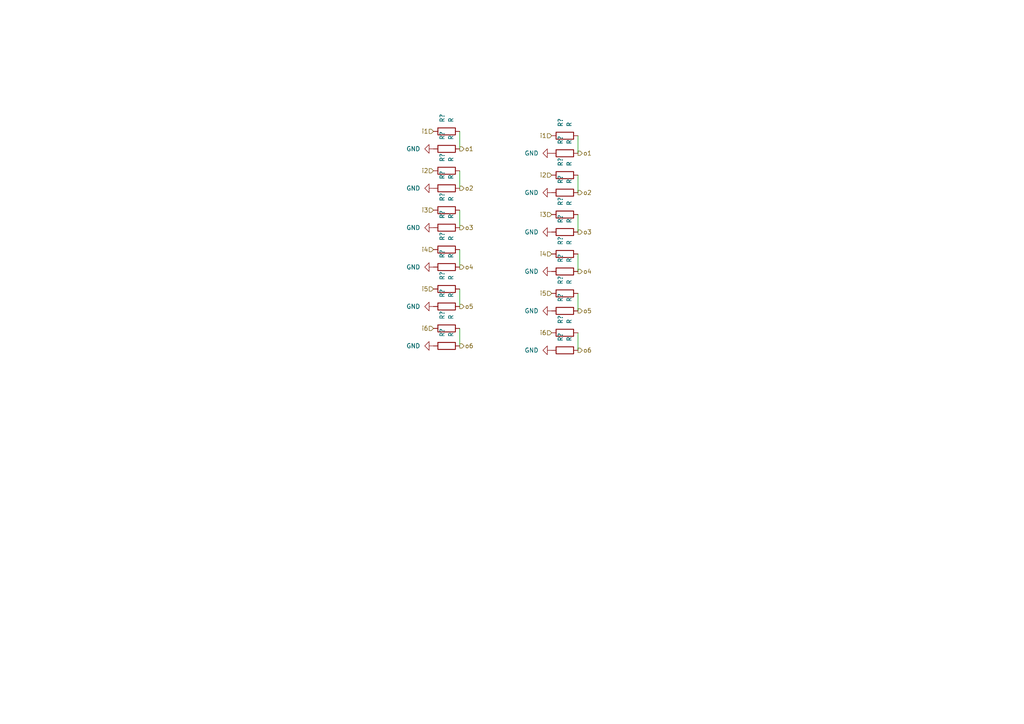
<source format=kicad_sch>
(kicad_sch (version 20211123) (generator eeschema)

  (uuid bc8de546-6bd2-4f94-9dba-3ceea90efae5)

  (paper "A4")

  (lib_symbols
    (symbol "Device:R" (pin_numbers hide) (pin_names (offset 0)) (in_bom yes) (on_board yes)
      (property "Reference" "R" (id 0) (at 2.032 0 90)
        (effects (font (size 1.27 1.27)))
      )
      (property "Value" "R" (id 1) (at 0 0 90)
        (effects (font (size 1.27 1.27)))
      )
      (property "Footprint" "" (id 2) (at -1.778 0 90)
        (effects (font (size 1.27 1.27)) hide)
      )
      (property "Datasheet" "~" (id 3) (at 0 0 0)
        (effects (font (size 1.27 1.27)) hide)
      )
      (property "ki_keywords" "R res resistor" (id 4) (at 0 0 0)
        (effects (font (size 1.27 1.27)) hide)
      )
      (property "ki_description" "Resistor" (id 5) (at 0 0 0)
        (effects (font (size 1.27 1.27)) hide)
      )
      (property "ki_fp_filters" "R_*" (id 6) (at 0 0 0)
        (effects (font (size 1.27 1.27)) hide)
      )
      (symbol "R_0_1"
        (rectangle (start -1.016 -2.54) (end 1.016 2.54)
          (stroke (width 0.254) (type default) (color 0 0 0 0))
          (fill (type none))
        )
      )
      (symbol "R_1_1"
        (pin passive line (at 0 3.81 270) (length 1.27)
          (name "~" (effects (font (size 1.27 1.27))))
          (number "1" (effects (font (size 1.27 1.27))))
        )
        (pin passive line (at 0 -3.81 90) (length 1.27)
          (name "~" (effects (font (size 1.27 1.27))))
          (number "2" (effects (font (size 1.27 1.27))))
        )
      )
    )
    (symbol "power:GND" (power) (pin_names (offset 0)) (in_bom yes) (on_board yes)
      (property "Reference" "#PWR" (id 0) (at 0 -6.35 0)
        (effects (font (size 1.27 1.27)) hide)
      )
      (property "Value" "GND" (id 1) (at 0 -3.81 0)
        (effects (font (size 1.27 1.27)))
      )
      (property "Footprint" "" (id 2) (at 0 0 0)
        (effects (font (size 1.27 1.27)) hide)
      )
      (property "Datasheet" "" (id 3) (at 0 0 0)
        (effects (font (size 1.27 1.27)) hide)
      )
      (property "ki_keywords" "power-flag" (id 4) (at 0 0 0)
        (effects (font (size 1.27 1.27)) hide)
      )
      (property "ki_description" "Power symbol creates a global label with name \"GND\" , ground" (id 5) (at 0 0 0)
        (effects (font (size 1.27 1.27)) hide)
      )
      (symbol "GND_0_1"
        (polyline
          (pts
            (xy 0 0)
            (xy 0 -1.27)
            (xy 1.27 -1.27)
            (xy 0 -2.54)
            (xy -1.27 -1.27)
            (xy 0 -1.27)
          )
          (stroke (width 0) (type default) (color 0 0 0 0))
          (fill (type none))
        )
      )
      (symbol "GND_1_1"
        (pin power_in line (at 0 0 270) (length 0) hide
          (name "GND" (effects (font (size 1.27 1.27))))
          (number "1" (effects (font (size 1.27 1.27))))
        )
      )
    )
  )


  (wire (pts (xy 133.35 60.96) (xy 133.35 66.04))
    (stroke (width 0) (type default) (color 0 0 0 0))
    (uuid 04f576e3-2289-4c2e-9a16-ff3ebdf23d67)
  )
  (wire (pts (xy 133.35 95.25) (xy 133.35 100.33))
    (stroke (width 0) (type default) (color 0 0 0 0))
    (uuid 0e12affb-8d3c-4f8e-b99b-3c45641c136b)
  )
  (wire (pts (xy 167.64 39.37) (xy 167.64 44.45))
    (stroke (width 0) (type default) (color 0 0 0 0))
    (uuid 1f8ba571-4992-40be-b0e6-2a10927c8e8b)
  )
  (wire (pts (xy 133.35 83.82) (xy 133.35 88.9))
    (stroke (width 0) (type default) (color 0 0 0 0))
    (uuid 29b21fc0-a03a-49b4-a62b-6f966e75b078)
  )
  (wire (pts (xy 167.64 85.09) (xy 167.64 90.17))
    (stroke (width 0) (type default) (color 0 0 0 0))
    (uuid 2f68059b-5797-4352-a984-cd75a9d1ed58)
  )
  (wire (pts (xy 167.64 62.23) (xy 167.64 67.31))
    (stroke (width 0) (type default) (color 0 0 0 0))
    (uuid 31b5cdb6-e613-46bf-87d7-5d25c8ea7972)
  )
  (wire (pts (xy 133.35 49.53) (xy 133.35 54.61))
    (stroke (width 0) (type default) (color 0 0 0 0))
    (uuid 4057531a-0610-4fa4-9c21-8fbd5e90292f)
  )
  (wire (pts (xy 167.64 96.52) (xy 167.64 101.6))
    (stroke (width 0) (type default) (color 0 0 0 0))
    (uuid 6fdefbf0-478f-4711-9342-435f345016db)
  )
  (wire (pts (xy 167.64 50.8) (xy 167.64 55.88))
    (stroke (width 0) (type default) (color 0 0 0 0))
    (uuid af5d3888-66bf-4baa-a87b-9ccf0c38e80b)
  )
  (wire (pts (xy 133.35 38.1) (xy 133.35 43.18))
    (stroke (width 0) (type default) (color 0 0 0 0))
    (uuid bee435d0-b09b-4aaa-85ec-a51e7dfbbc40)
  )
  (wire (pts (xy 167.64 73.66) (xy 167.64 78.74))
    (stroke (width 0) (type default) (color 0 0 0 0))
    (uuid df8f4b1e-b94e-4e0b-9e0c-f4ea01afb109)
  )
  (wire (pts (xy 133.35 72.39) (xy 133.35 77.47))
    (stroke (width 0) (type default) (color 0 0 0 0))
    (uuid fd7db8fe-5a3e-4240-92d2-cb39aeaae6a1)
  )

  (hierarchical_label "i6" (shape input) (at 125.73 95.25 180)
    (effects (font (size 1.27 1.27)) (justify right))
    (uuid 013c2116-8a3a-4a60-88ff-cab63d534d0e)
  )
  (hierarchical_label "o4" (shape output) (at 167.64 78.74 0)
    (effects (font (size 1.27 1.27)) (justify left))
    (uuid 052577bd-3286-4724-976e-8dad736a7714)
  )
  (hierarchical_label "i5" (shape input) (at 125.73 83.82 180)
    (effects (font (size 1.27 1.27)) (justify right))
    (uuid 0aea4a90-1fa1-4a3e-8634-0c941cf3c241)
  )
  (hierarchical_label "i1" (shape input) (at 125.73 38.1 180)
    (effects (font (size 1.27 1.27)) (justify right))
    (uuid 277c6e8b-6176-4873-83e9-0f8086d82329)
  )
  (hierarchical_label "o6" (shape output) (at 133.35 100.33 0)
    (effects (font (size 1.27 1.27)) (justify left))
    (uuid 30a02aa1-f102-4741-ac28-f9e15924375b)
  )
  (hierarchical_label "o1" (shape output) (at 133.35 43.18 0)
    (effects (font (size 1.27 1.27)) (justify left))
    (uuid 4a5d9945-6ee8-4493-91ae-ea8e1ff4cea1)
  )
  (hierarchical_label "i6" (shape input) (at 160.02 96.52 180)
    (effects (font (size 1.27 1.27)) (justify right))
    (uuid 4bd4191d-df9b-436e-ae14-eacdcb488180)
  )
  (hierarchical_label "o3" (shape output) (at 167.64 67.31 0)
    (effects (font (size 1.27 1.27)) (justify left))
    (uuid 65e827d5-bc0a-4a40-b742-de067edf1aac)
  )
  (hierarchical_label "o3" (shape output) (at 133.35 66.04 0)
    (effects (font (size 1.27 1.27)) (justify left))
    (uuid 6bd531b9-3561-4058-87e4-ee6e3a6c2bc7)
  )
  (hierarchical_label "o2" (shape output) (at 167.64 55.88 0)
    (effects (font (size 1.27 1.27)) (justify left))
    (uuid 6dc9da72-e0ec-4d31-a24b-3c5a3126362f)
  )
  (hierarchical_label "i4" (shape input) (at 125.73 72.39 180)
    (effects (font (size 1.27 1.27)) (justify right))
    (uuid 763eb4a7-9377-4501-b5d3-114a3dee562d)
  )
  (hierarchical_label "i4" (shape input) (at 160.02 73.66 180)
    (effects (font (size 1.27 1.27)) (justify right))
    (uuid af9e40e2-fc6f-4abc-92b4-7a4449c1214c)
  )
  (hierarchical_label "i3" (shape input) (at 160.02 62.23 180)
    (effects (font (size 1.27 1.27)) (justify right))
    (uuid b083054c-35ad-428b-9140-adaec640ca56)
  )
  (hierarchical_label "o4" (shape output) (at 133.35 77.47 0)
    (effects (font (size 1.27 1.27)) (justify left))
    (uuid b74eee2e-7bdd-43aa-a3c1-b101a5884987)
  )
  (hierarchical_label "o5" (shape output) (at 167.64 90.17 0)
    (effects (font (size 1.27 1.27)) (justify left))
    (uuid ba576072-30f3-40a9-9f86-6a232aa7783d)
  )
  (hierarchical_label "i1" (shape input) (at 160.02 39.37 180)
    (effects (font (size 1.27 1.27)) (justify right))
    (uuid caf80880-df5d-4376-827d-5d95f902c01d)
  )
  (hierarchical_label "i2" (shape input) (at 160.02 50.8 180)
    (effects (font (size 1.27 1.27)) (justify right))
    (uuid ce39c9eb-eb16-4f5a-b5cd-41b015e08b91)
  )
  (hierarchical_label "i5" (shape input) (at 160.02 85.09 180)
    (effects (font (size 1.27 1.27)) (justify right))
    (uuid eaccc75f-d414-419a-abc4-9388763782ed)
  )
  (hierarchical_label "o2" (shape output) (at 133.35 54.61 0)
    (effects (font (size 1.27 1.27)) (justify left))
    (uuid efa02f6e-c06f-40dd-b70f-959c4ccdea6e)
  )
  (hierarchical_label "i3" (shape input) (at 125.73 60.96 180)
    (effects (font (size 1.27 1.27)) (justify right))
    (uuid f8cf5165-108e-4c85-8b69-82824b0541bb)
  )
  (hierarchical_label "i2" (shape input) (at 125.73 49.53 180)
    (effects (font (size 1.27 1.27)) (justify right))
    (uuid fafa491a-dd6f-44c7-a8b6-f455e59dcf82)
  )
  (hierarchical_label "o1" (shape output) (at 167.64 44.45 0)
    (effects (font (size 1.27 1.27)) (justify left))
    (uuid fd32fcda-0a47-4a4a-b70b-05859a78cb66)
  )
  (hierarchical_label "o5" (shape output) (at 133.35 88.9 0)
    (effects (font (size 1.27 1.27)) (justify left))
    (uuid fda0e792-d0bc-4382-b3a9-6e2927f42fd9)
  )
  (hierarchical_label "o6" (shape output) (at 167.64 101.6 0)
    (effects (font (size 1.27 1.27)) (justify left))
    (uuid fe7d6267-4f33-496e-af47-8e1bffb4e487)
  )

  (symbol (lib_id "Device:R") (at 163.83 39.37 90) (unit 1)
    (in_bom yes) (on_board yes) (fields_autoplaced)
    (uuid 0a18ad71-2839-432c-a286-945f491b8503)
    (property "Reference" "R?" (id 0) (at 162.5599 36.83 0)
      (effects (font (size 1.27 1.27)) (justify left))
    )
    (property "Value" "R" (id 1) (at 165.0999 36.83 0)
      (effects (font (size 1.27 1.27)) (justify left))
    )
    (property "Footprint" "" (id 2) (at 163.83 41.148 90)
      (effects (font (size 1.27 1.27)) hide)
    )
    (property "Datasheet" "~" (id 3) (at 163.83 39.37 0)
      (effects (font (size 1.27 1.27)) hide)
    )
    (pin "1" (uuid dda769c8-0ba2-427a-a683-be44e0cfa7d8))
    (pin "2" (uuid 6458a207-137a-4a71-ba78-996039a28d7a))
  )

  (symbol (lib_id "Device:R") (at 129.54 49.53 90) (unit 1)
    (in_bom yes) (on_board yes) (fields_autoplaced)
    (uuid 1d8d9fe4-2e7f-4c37-a28f-bf3f8b013ccf)
    (property "Reference" "R?" (id 0) (at 128.2699 46.99 0)
      (effects (font (size 1.27 1.27)) (justify left))
    )
    (property "Value" "R" (id 1) (at 130.8099 46.99 0)
      (effects (font (size 1.27 1.27)) (justify left))
    )
    (property "Footprint" "" (id 2) (at 129.54 51.308 90)
      (effects (font (size 1.27 1.27)) hide)
    )
    (property "Datasheet" "~" (id 3) (at 129.54 49.53 0)
      (effects (font (size 1.27 1.27)) hide)
    )
    (pin "1" (uuid 04f8dbea-3999-487b-a618-bbfb4f832878))
    (pin "2" (uuid 53218bd2-37a4-414b-81b6-90fed5ee0398))
  )

  (symbol (lib_id "power:GND") (at 160.02 78.74 270) (unit 1)
    (in_bom yes) (on_board yes) (fields_autoplaced)
    (uuid 21a26f85-9431-474b-9fe0-450f0e9a27a0)
    (property "Reference" "#PWR?" (id 0) (at 153.67 78.74 0)
      (effects (font (size 1.27 1.27)) hide)
    )
    (property "Value" "GND" (id 1) (at 156.21 78.7399 90)
      (effects (font (size 1.27 1.27)) (justify right))
    )
    (property "Footprint" "" (id 2) (at 160.02 78.74 0)
      (effects (font (size 1.27 1.27)) hide)
    )
    (property "Datasheet" "" (id 3) (at 160.02 78.74 0)
      (effects (font (size 1.27 1.27)) hide)
    )
    (pin "1" (uuid df5b000f-de51-4a92-85c8-4b3e1be03ba1))
  )

  (symbol (lib_id "power:GND") (at 125.73 88.9 270) (unit 1)
    (in_bom yes) (on_board yes) (fields_autoplaced)
    (uuid 2c4edc1f-ab98-41e6-b4fb-d2dc23cbbdf5)
    (property "Reference" "#PWR?" (id 0) (at 119.38 88.9 0)
      (effects (font (size 1.27 1.27)) hide)
    )
    (property "Value" "GND" (id 1) (at 121.92 88.8999 90)
      (effects (font (size 1.27 1.27)) (justify right))
    )
    (property "Footprint" "" (id 2) (at 125.73 88.9 0)
      (effects (font (size 1.27 1.27)) hide)
    )
    (property "Datasheet" "" (id 3) (at 125.73 88.9 0)
      (effects (font (size 1.27 1.27)) hide)
    )
    (pin "1" (uuid 83c76d09-bd0f-4a72-8137-eee9f7a2ffb9))
  )

  (symbol (lib_id "Device:R") (at 129.54 77.47 90) (unit 1)
    (in_bom yes) (on_board yes) (fields_autoplaced)
    (uuid 34117d55-08c2-47f9-8502-9d44cbc1e9e8)
    (property "Reference" "R?" (id 0) (at 128.2699 74.93 0)
      (effects (font (size 1.27 1.27)) (justify left))
    )
    (property "Value" "R" (id 1) (at 130.8099 74.93 0)
      (effects (font (size 1.27 1.27)) (justify left))
    )
    (property "Footprint" "" (id 2) (at 129.54 79.248 90)
      (effects (font (size 1.27 1.27)) hide)
    )
    (property "Datasheet" "~" (id 3) (at 129.54 77.47 0)
      (effects (font (size 1.27 1.27)) hide)
    )
    (pin "1" (uuid fcd25939-9d0f-4fe8-85b1-69a8a2daa4ec))
    (pin "2" (uuid 0dd90f8d-4778-4c28-b1ad-bca1f2a1a1e8))
  )

  (symbol (lib_id "Device:R") (at 129.54 88.9 90) (unit 1)
    (in_bom yes) (on_board yes) (fields_autoplaced)
    (uuid 3ef68a01-5f3e-46a8-bbad-bc11fc9fe514)
    (property "Reference" "R?" (id 0) (at 128.2699 86.36 0)
      (effects (font (size 1.27 1.27)) (justify left))
    )
    (property "Value" "R" (id 1) (at 130.8099 86.36 0)
      (effects (font (size 1.27 1.27)) (justify left))
    )
    (property "Footprint" "" (id 2) (at 129.54 90.678 90)
      (effects (font (size 1.27 1.27)) hide)
    )
    (property "Datasheet" "~" (id 3) (at 129.54 88.9 0)
      (effects (font (size 1.27 1.27)) hide)
    )
    (pin "1" (uuid e1359a00-ed02-4e4f-86e8-9e6e3d567e20))
    (pin "2" (uuid ecc7e934-c44c-4b9e-9250-1a64bb1cac1d))
  )

  (symbol (lib_id "Device:R") (at 129.54 54.61 90) (unit 1)
    (in_bom yes) (on_board yes) (fields_autoplaced)
    (uuid 3fdb38fb-7752-4ada-862f-b466474a9bce)
    (property "Reference" "R?" (id 0) (at 128.2699 52.07 0)
      (effects (font (size 1.27 1.27)) (justify left))
    )
    (property "Value" "R" (id 1) (at 130.8099 52.07 0)
      (effects (font (size 1.27 1.27)) (justify left))
    )
    (property "Footprint" "" (id 2) (at 129.54 56.388 90)
      (effects (font (size 1.27 1.27)) hide)
    )
    (property "Datasheet" "~" (id 3) (at 129.54 54.61 0)
      (effects (font (size 1.27 1.27)) hide)
    )
    (pin "1" (uuid e0ef78aa-9e1d-4b95-9bf5-4d0c378e3e01))
    (pin "2" (uuid ac7e4493-f485-4d38-bb72-e847ae234b7d))
  )

  (symbol (lib_id "power:GND") (at 160.02 67.31 270) (unit 1)
    (in_bom yes) (on_board yes) (fields_autoplaced)
    (uuid 420617fb-b3ce-4898-9cbf-04ff0f4b0ef8)
    (property "Reference" "#PWR?" (id 0) (at 153.67 67.31 0)
      (effects (font (size 1.27 1.27)) hide)
    )
    (property "Value" "GND" (id 1) (at 156.21 67.3099 90)
      (effects (font (size 1.27 1.27)) (justify right))
    )
    (property "Footprint" "" (id 2) (at 160.02 67.31 0)
      (effects (font (size 1.27 1.27)) hide)
    )
    (property "Datasheet" "" (id 3) (at 160.02 67.31 0)
      (effects (font (size 1.27 1.27)) hide)
    )
    (pin "1" (uuid c32047d4-839c-4426-863f-e5b11ad14e5f))
  )

  (symbol (lib_id "Device:R") (at 163.83 101.6 90) (unit 1)
    (in_bom yes) (on_board yes) (fields_autoplaced)
    (uuid 47d1de88-9dcd-46e2-96fc-28476c82e826)
    (property "Reference" "R?" (id 0) (at 162.5599 99.06 0)
      (effects (font (size 1.27 1.27)) (justify left))
    )
    (property "Value" "R" (id 1) (at 165.0999 99.06 0)
      (effects (font (size 1.27 1.27)) (justify left))
    )
    (property "Footprint" "" (id 2) (at 163.83 103.378 90)
      (effects (font (size 1.27 1.27)) hide)
    )
    (property "Datasheet" "~" (id 3) (at 163.83 101.6 0)
      (effects (font (size 1.27 1.27)) hide)
    )
    (pin "1" (uuid 756b224f-8c51-44f0-9307-09bf6d9f39bc))
    (pin "2" (uuid d37066c4-763f-4237-8bc0-190d449f3a14))
  )

  (symbol (lib_id "power:GND") (at 160.02 55.88 270) (unit 1)
    (in_bom yes) (on_board yes) (fields_autoplaced)
    (uuid 51bd388e-04bf-4b77-944e-e64f8c442b56)
    (property "Reference" "#PWR?" (id 0) (at 153.67 55.88 0)
      (effects (font (size 1.27 1.27)) hide)
    )
    (property "Value" "GND" (id 1) (at 156.21 55.8799 90)
      (effects (font (size 1.27 1.27)) (justify right))
    )
    (property "Footprint" "" (id 2) (at 160.02 55.88 0)
      (effects (font (size 1.27 1.27)) hide)
    )
    (property "Datasheet" "" (id 3) (at 160.02 55.88 0)
      (effects (font (size 1.27 1.27)) hide)
    )
    (pin "1" (uuid d772244b-af91-4b76-a48c-08020ddcef16))
  )

  (symbol (lib_id "Device:R") (at 129.54 83.82 90) (unit 1)
    (in_bom yes) (on_board yes) (fields_autoplaced)
    (uuid 5426fb14-4327-4ac9-926e-d1ee0cc13d80)
    (property "Reference" "R?" (id 0) (at 128.2699 81.28 0)
      (effects (font (size 1.27 1.27)) (justify left))
    )
    (property "Value" "R" (id 1) (at 130.8099 81.28 0)
      (effects (font (size 1.27 1.27)) (justify left))
    )
    (property "Footprint" "" (id 2) (at 129.54 85.598 90)
      (effects (font (size 1.27 1.27)) hide)
    )
    (property "Datasheet" "~" (id 3) (at 129.54 83.82 0)
      (effects (font (size 1.27 1.27)) hide)
    )
    (pin "1" (uuid dc15cedb-cf87-4f30-9700-343085aedde9))
    (pin "2" (uuid 2cd2be53-a630-49ee-9a02-5608ee7d2ac9))
  )

  (symbol (lib_id "Device:R") (at 163.83 90.17 90) (unit 1)
    (in_bom yes) (on_board yes) (fields_autoplaced)
    (uuid 580ffbd5-9bf6-4434-bd54-92aec6f51c4d)
    (property "Reference" "R?" (id 0) (at 162.5599 87.63 0)
      (effects (font (size 1.27 1.27)) (justify left))
    )
    (property "Value" "R" (id 1) (at 165.0999 87.63 0)
      (effects (font (size 1.27 1.27)) (justify left))
    )
    (property "Footprint" "" (id 2) (at 163.83 91.948 90)
      (effects (font (size 1.27 1.27)) hide)
    )
    (property "Datasheet" "~" (id 3) (at 163.83 90.17 0)
      (effects (font (size 1.27 1.27)) hide)
    )
    (pin "1" (uuid b05de8b3-d789-41cf-95b8-349ca75ec512))
    (pin "2" (uuid 804bceae-30f0-4f7e-84e7-917a5f5010b6))
  )

  (symbol (lib_id "power:GND") (at 125.73 43.18 270) (unit 1)
    (in_bom yes) (on_board yes) (fields_autoplaced)
    (uuid 6e6b1b04-50dd-4474-bb6e-415132c2ee3c)
    (property "Reference" "#PWR?" (id 0) (at 119.38 43.18 0)
      (effects (font (size 1.27 1.27)) hide)
    )
    (property "Value" "GND" (id 1) (at 121.92 43.1799 90)
      (effects (font (size 1.27 1.27)) (justify right))
    )
    (property "Footprint" "" (id 2) (at 125.73 43.18 0)
      (effects (font (size 1.27 1.27)) hide)
    )
    (property "Datasheet" "" (id 3) (at 125.73 43.18 0)
      (effects (font (size 1.27 1.27)) hide)
    )
    (pin "1" (uuid 279df8fd-fc56-44c5-919b-978c20087dcf))
  )

  (symbol (lib_id "Device:R") (at 129.54 60.96 90) (unit 1)
    (in_bom yes) (on_board yes) (fields_autoplaced)
    (uuid 721dd403-c217-461e-bbef-fb723424341f)
    (property "Reference" "R?" (id 0) (at 128.2699 58.42 0)
      (effects (font (size 1.27 1.27)) (justify left))
    )
    (property "Value" "R" (id 1) (at 130.8099 58.42 0)
      (effects (font (size 1.27 1.27)) (justify left))
    )
    (property "Footprint" "" (id 2) (at 129.54 62.738 90)
      (effects (font (size 1.27 1.27)) hide)
    )
    (property "Datasheet" "~" (id 3) (at 129.54 60.96 0)
      (effects (font (size 1.27 1.27)) hide)
    )
    (pin "1" (uuid d32e0224-0e8e-4c31-a8ac-a73c791d62fc))
    (pin "2" (uuid 5f320c9c-e779-40b4-885c-50ce9f133abf))
  )

  (symbol (lib_id "power:GND") (at 160.02 90.17 270) (unit 1)
    (in_bom yes) (on_board yes) (fields_autoplaced)
    (uuid 77502873-6337-4797-97dd-eb2a23cc7dca)
    (property "Reference" "#PWR?" (id 0) (at 153.67 90.17 0)
      (effects (font (size 1.27 1.27)) hide)
    )
    (property "Value" "GND" (id 1) (at 156.21 90.1699 90)
      (effects (font (size 1.27 1.27)) (justify right))
    )
    (property "Footprint" "" (id 2) (at 160.02 90.17 0)
      (effects (font (size 1.27 1.27)) hide)
    )
    (property "Datasheet" "" (id 3) (at 160.02 90.17 0)
      (effects (font (size 1.27 1.27)) hide)
    )
    (pin "1" (uuid e40c6a10-01d9-450b-a807-dfacb867f5e5))
  )

  (symbol (lib_id "Device:R") (at 129.54 100.33 90) (unit 1)
    (in_bom yes) (on_board yes) (fields_autoplaced)
    (uuid 7ccc6587-46e7-4d04-9f92-d80b90901ee5)
    (property "Reference" "R?" (id 0) (at 128.2699 97.79 0)
      (effects (font (size 1.27 1.27)) (justify left))
    )
    (property "Value" "R" (id 1) (at 130.8099 97.79 0)
      (effects (font (size 1.27 1.27)) (justify left))
    )
    (property "Footprint" "" (id 2) (at 129.54 102.108 90)
      (effects (font (size 1.27 1.27)) hide)
    )
    (property "Datasheet" "~" (id 3) (at 129.54 100.33 0)
      (effects (font (size 1.27 1.27)) hide)
    )
    (pin "1" (uuid 09b8c417-dcee-4fde-9deb-9dea0be657d8))
    (pin "2" (uuid 65830242-c4c0-4b2e-a862-94fb28f863cd))
  )

  (symbol (lib_id "Device:R") (at 163.83 55.88 90) (unit 1)
    (in_bom yes) (on_board yes) (fields_autoplaced)
    (uuid 81435b6c-a9b1-43d6-b2c3-e6f0a7176db8)
    (property "Reference" "R?" (id 0) (at 162.5599 53.34 0)
      (effects (font (size 1.27 1.27)) (justify left))
    )
    (property "Value" "R" (id 1) (at 165.0999 53.34 0)
      (effects (font (size 1.27 1.27)) (justify left))
    )
    (property "Footprint" "" (id 2) (at 163.83 57.658 90)
      (effects (font (size 1.27 1.27)) hide)
    )
    (property "Datasheet" "~" (id 3) (at 163.83 55.88 0)
      (effects (font (size 1.27 1.27)) hide)
    )
    (pin "1" (uuid 95aad685-7ed5-4f6a-9bd5-abe4298b896c))
    (pin "2" (uuid 8dd6f6df-dd0a-42db-bc6d-708574fa5aa1))
  )

  (symbol (lib_id "Device:R") (at 163.83 50.8 90) (unit 1)
    (in_bom yes) (on_board yes) (fields_autoplaced)
    (uuid 8f2eb7bf-4b82-4f8f-8fe4-2e2fb4fc8a81)
    (property "Reference" "R?" (id 0) (at 162.5599 48.26 0)
      (effects (font (size 1.27 1.27)) (justify left))
    )
    (property "Value" "R" (id 1) (at 165.0999 48.26 0)
      (effects (font (size 1.27 1.27)) (justify left))
    )
    (property "Footprint" "" (id 2) (at 163.83 52.578 90)
      (effects (font (size 1.27 1.27)) hide)
    )
    (property "Datasheet" "~" (id 3) (at 163.83 50.8 0)
      (effects (font (size 1.27 1.27)) hide)
    )
    (pin "1" (uuid 91367db1-6c47-4396-a37c-090ea2ffcb93))
    (pin "2" (uuid 5c4f26e4-5cbd-442f-aa70-ed23e3ea4d82))
  )

  (symbol (lib_id "Device:R") (at 163.83 62.23 90) (unit 1)
    (in_bom yes) (on_board yes) (fields_autoplaced)
    (uuid 9b7e0bda-871a-47c3-b201-a26748f00b25)
    (property "Reference" "R?" (id 0) (at 162.5599 59.69 0)
      (effects (font (size 1.27 1.27)) (justify left))
    )
    (property "Value" "R" (id 1) (at 165.0999 59.69 0)
      (effects (font (size 1.27 1.27)) (justify left))
    )
    (property "Footprint" "" (id 2) (at 163.83 64.008 90)
      (effects (font (size 1.27 1.27)) hide)
    )
    (property "Datasheet" "~" (id 3) (at 163.83 62.23 0)
      (effects (font (size 1.27 1.27)) hide)
    )
    (pin "1" (uuid c5516cd5-b682-44c0-b7dc-b595c7883fc3))
    (pin "2" (uuid 04f284df-8314-4dd1-a06f-cc3f1548d7a1))
  )

  (symbol (lib_id "Device:R") (at 129.54 43.18 90) (unit 1)
    (in_bom yes) (on_board yes) (fields_autoplaced)
    (uuid 9f15f98b-1994-41a2-b961-2644a32f972e)
    (property "Reference" "R?" (id 0) (at 128.2699 40.64 0)
      (effects (font (size 1.27 1.27)) (justify left))
    )
    (property "Value" "R" (id 1) (at 130.8099 40.64 0)
      (effects (font (size 1.27 1.27)) (justify left))
    )
    (property "Footprint" "" (id 2) (at 129.54 44.958 90)
      (effects (font (size 1.27 1.27)) hide)
    )
    (property "Datasheet" "~" (id 3) (at 129.54 43.18 0)
      (effects (font (size 1.27 1.27)) hide)
    )
    (pin "1" (uuid 4dcfc07b-de17-471b-ae5b-4e87e6ba1877))
    (pin "2" (uuid 3668186e-16f5-48b7-9826-731342c18867))
  )

  (symbol (lib_id "Device:R") (at 163.83 85.09 90) (unit 1)
    (in_bom yes) (on_board yes) (fields_autoplaced)
    (uuid a50ef8ea-5aad-4c5c-89a6-141694e489d8)
    (property "Reference" "R?" (id 0) (at 162.5599 82.55 0)
      (effects (font (size 1.27 1.27)) (justify left))
    )
    (property "Value" "R" (id 1) (at 165.0999 82.55 0)
      (effects (font (size 1.27 1.27)) (justify left))
    )
    (property "Footprint" "" (id 2) (at 163.83 86.868 90)
      (effects (font (size 1.27 1.27)) hide)
    )
    (property "Datasheet" "~" (id 3) (at 163.83 85.09 0)
      (effects (font (size 1.27 1.27)) hide)
    )
    (pin "1" (uuid a453b24d-916b-47ca-9060-ab4a4e482ed5))
    (pin "2" (uuid 6ce09b92-086e-4cad-be97-700b82d9de21))
  )

  (symbol (lib_id "Device:R") (at 129.54 66.04 90) (unit 1)
    (in_bom yes) (on_board yes) (fields_autoplaced)
    (uuid a5433c35-8b8d-4cb3-82c3-b9864297335f)
    (property "Reference" "R?" (id 0) (at 128.2699 63.5 0)
      (effects (font (size 1.27 1.27)) (justify left))
    )
    (property "Value" "R" (id 1) (at 130.8099 63.5 0)
      (effects (font (size 1.27 1.27)) (justify left))
    )
    (property "Footprint" "" (id 2) (at 129.54 67.818 90)
      (effects (font (size 1.27 1.27)) hide)
    )
    (property "Datasheet" "~" (id 3) (at 129.54 66.04 0)
      (effects (font (size 1.27 1.27)) hide)
    )
    (pin "1" (uuid 046bb203-017e-4909-82bc-fb80e8cd6174))
    (pin "2" (uuid a04c3743-1a84-4ee3-a1a5-1a9831e58685))
  )

  (symbol (lib_id "power:GND") (at 160.02 101.6 270) (unit 1)
    (in_bom yes) (on_board yes) (fields_autoplaced)
    (uuid a8ecae57-4efd-4801-916c-5da3322d8d59)
    (property "Reference" "#PWR?" (id 0) (at 153.67 101.6 0)
      (effects (font (size 1.27 1.27)) hide)
    )
    (property "Value" "GND" (id 1) (at 156.21 101.5999 90)
      (effects (font (size 1.27 1.27)) (justify right))
    )
    (property "Footprint" "" (id 2) (at 160.02 101.6 0)
      (effects (font (size 1.27 1.27)) hide)
    )
    (property "Datasheet" "" (id 3) (at 160.02 101.6 0)
      (effects (font (size 1.27 1.27)) hide)
    )
    (pin "1" (uuid 508703ee-e618-4e55-aa97-2761e7ae7c22))
  )

  (symbol (lib_id "power:GND") (at 125.73 54.61 270) (unit 1)
    (in_bom yes) (on_board yes) (fields_autoplaced)
    (uuid b00490e1-203a-43a6-be3d-30111168f895)
    (property "Reference" "#PWR?" (id 0) (at 119.38 54.61 0)
      (effects (font (size 1.27 1.27)) hide)
    )
    (property "Value" "GND" (id 1) (at 121.92 54.6099 90)
      (effects (font (size 1.27 1.27)) (justify right))
    )
    (property "Footprint" "" (id 2) (at 125.73 54.61 0)
      (effects (font (size 1.27 1.27)) hide)
    )
    (property "Datasheet" "" (id 3) (at 125.73 54.61 0)
      (effects (font (size 1.27 1.27)) hide)
    )
    (pin "1" (uuid 5943f4dd-89a2-4d55-a9ce-cfa5f36068ee))
  )

  (symbol (lib_id "Device:R") (at 163.83 67.31 90) (unit 1)
    (in_bom yes) (on_board yes) (fields_autoplaced)
    (uuid b060418f-6267-4a06-ba15-9cf1ce691453)
    (property "Reference" "R?" (id 0) (at 162.5599 64.77 0)
      (effects (font (size 1.27 1.27)) (justify left))
    )
    (property "Value" "R" (id 1) (at 165.0999 64.77 0)
      (effects (font (size 1.27 1.27)) (justify left))
    )
    (property "Footprint" "" (id 2) (at 163.83 69.088 90)
      (effects (font (size 1.27 1.27)) hide)
    )
    (property "Datasheet" "~" (id 3) (at 163.83 67.31 0)
      (effects (font (size 1.27 1.27)) hide)
    )
    (pin "1" (uuid 67e2b962-29a6-4abc-a6ad-be8d32d72042))
    (pin "2" (uuid 079283d7-c07b-463e-b11c-6c6b335c381d))
  )

  (symbol (lib_id "Device:R") (at 129.54 72.39 90) (unit 1)
    (in_bom yes) (on_board yes) (fields_autoplaced)
    (uuid b5d7fa19-2ce9-483f-9fbd-06afbca47c68)
    (property "Reference" "R?" (id 0) (at 128.2699 69.85 0)
      (effects (font (size 1.27 1.27)) (justify left))
    )
    (property "Value" "R" (id 1) (at 130.8099 69.85 0)
      (effects (font (size 1.27 1.27)) (justify left))
    )
    (property "Footprint" "" (id 2) (at 129.54 74.168 90)
      (effects (font (size 1.27 1.27)) hide)
    )
    (property "Datasheet" "~" (id 3) (at 129.54 72.39 0)
      (effects (font (size 1.27 1.27)) hide)
    )
    (pin "1" (uuid c6c7e937-295c-4b67-9d3d-cc48d72b27b2))
    (pin "2" (uuid 90a9dad7-af95-4263-8b61-580457f789ba))
  )

  (symbol (lib_id "Device:R") (at 129.54 38.1 90) (unit 1)
    (in_bom yes) (on_board yes) (fields_autoplaced)
    (uuid bf37ac0d-87f3-491e-80a0-ff4f327e6351)
    (property "Reference" "R?" (id 0) (at 128.2699 35.56 0)
      (effects (font (size 1.27 1.27)) (justify left))
    )
    (property "Value" "R" (id 1) (at 130.8099 35.56 0)
      (effects (font (size 1.27 1.27)) (justify left))
    )
    (property "Footprint" "" (id 2) (at 129.54 39.878 90)
      (effects (font (size 1.27 1.27)) hide)
    )
    (property "Datasheet" "~" (id 3) (at 129.54 38.1 0)
      (effects (font (size 1.27 1.27)) hide)
    )
    (pin "1" (uuid 0209e2ec-9315-4e48-ac19-603a4ae4f46f))
    (pin "2" (uuid 6ebf0847-1d37-433e-b7b9-83ccf9bc8245))
  )

  (symbol (lib_id "power:GND") (at 125.73 100.33 270) (unit 1)
    (in_bom yes) (on_board yes) (fields_autoplaced)
    (uuid c7d24da5-1f28-4548-b6cb-a834125ace4c)
    (property "Reference" "#PWR?" (id 0) (at 119.38 100.33 0)
      (effects (font (size 1.27 1.27)) hide)
    )
    (property "Value" "GND" (id 1) (at 121.92 100.3299 90)
      (effects (font (size 1.27 1.27)) (justify right))
    )
    (property "Footprint" "" (id 2) (at 125.73 100.33 0)
      (effects (font (size 1.27 1.27)) hide)
    )
    (property "Datasheet" "" (id 3) (at 125.73 100.33 0)
      (effects (font (size 1.27 1.27)) hide)
    )
    (pin "1" (uuid 09739abe-e9d2-41fa-a023-c066aff04fa3))
  )

  (symbol (lib_id "power:GND") (at 160.02 44.45 270) (unit 1)
    (in_bom yes) (on_board yes) (fields_autoplaced)
    (uuid ca06cb92-61d9-4299-9225-7248cde2229e)
    (property "Reference" "#PWR?" (id 0) (at 153.67 44.45 0)
      (effects (font (size 1.27 1.27)) hide)
    )
    (property "Value" "GND" (id 1) (at 156.21 44.4499 90)
      (effects (font (size 1.27 1.27)) (justify right))
    )
    (property "Footprint" "" (id 2) (at 160.02 44.45 0)
      (effects (font (size 1.27 1.27)) hide)
    )
    (property "Datasheet" "" (id 3) (at 160.02 44.45 0)
      (effects (font (size 1.27 1.27)) hide)
    )
    (pin "1" (uuid f989a6cf-b4b2-42a5-8ae6-18515b71cfc9))
  )

  (symbol (lib_id "Device:R") (at 163.83 44.45 90) (unit 1)
    (in_bom yes) (on_board yes) (fields_autoplaced)
    (uuid d045dfbd-4964-4682-b0e8-d3e14d5e40bc)
    (property "Reference" "R?" (id 0) (at 162.5599 41.91 0)
      (effects (font (size 1.27 1.27)) (justify left))
    )
    (property "Value" "R" (id 1) (at 165.0999 41.91 0)
      (effects (font (size 1.27 1.27)) (justify left))
    )
    (property "Footprint" "" (id 2) (at 163.83 46.228 90)
      (effects (font (size 1.27 1.27)) hide)
    )
    (property "Datasheet" "~" (id 3) (at 163.83 44.45 0)
      (effects (font (size 1.27 1.27)) hide)
    )
    (pin "1" (uuid c7678aa9-a9e4-462a-8409-4e9019eac524))
    (pin "2" (uuid 8db1c831-b1c6-4902-943c-080a9c79542f))
  )

  (symbol (lib_id "Device:R") (at 163.83 78.74 90) (unit 1)
    (in_bom yes) (on_board yes) (fields_autoplaced)
    (uuid d80ef475-bb12-4548-b19c-f6f3eedfb34f)
    (property "Reference" "R?" (id 0) (at 162.5599 76.2 0)
      (effects (font (size 1.27 1.27)) (justify left))
    )
    (property "Value" "R" (id 1) (at 165.0999 76.2 0)
      (effects (font (size 1.27 1.27)) (justify left))
    )
    (property "Footprint" "" (id 2) (at 163.83 80.518 90)
      (effects (font (size 1.27 1.27)) hide)
    )
    (property "Datasheet" "~" (id 3) (at 163.83 78.74 0)
      (effects (font (size 1.27 1.27)) hide)
    )
    (pin "1" (uuid 4fded752-af0b-4bfe-8b89-ea21a2f6bd91))
    (pin "2" (uuid 5ed0aee1-cae1-4884-afdc-3fa5797dd8c0))
  )

  (symbol (lib_id "Device:R") (at 163.83 73.66 90) (unit 1)
    (in_bom yes) (on_board yes) (fields_autoplaced)
    (uuid df3338c4-d99d-48d9-b564-cb0d5539af65)
    (property "Reference" "R?" (id 0) (at 162.5599 71.12 0)
      (effects (font (size 1.27 1.27)) (justify left))
    )
    (property "Value" "R" (id 1) (at 165.0999 71.12 0)
      (effects (font (size 1.27 1.27)) (justify left))
    )
    (property "Footprint" "" (id 2) (at 163.83 75.438 90)
      (effects (font (size 1.27 1.27)) hide)
    )
    (property "Datasheet" "~" (id 3) (at 163.83 73.66 0)
      (effects (font (size 1.27 1.27)) hide)
    )
    (pin "1" (uuid c079845a-d240-420e-b3fd-a23088febd00))
    (pin "2" (uuid c5b4591e-77b0-4e79-809e-8cf623ff7de3))
  )

  (symbol (lib_id "Device:R") (at 129.54 95.25 90) (unit 1)
    (in_bom yes) (on_board yes) (fields_autoplaced)
    (uuid e85b0648-6136-4b1e-aabb-8f298c322c05)
    (property "Reference" "R?" (id 0) (at 128.2699 92.71 0)
      (effects (font (size 1.27 1.27)) (justify left))
    )
    (property "Value" "R" (id 1) (at 130.8099 92.71 0)
      (effects (font (size 1.27 1.27)) (justify left))
    )
    (property "Footprint" "" (id 2) (at 129.54 97.028 90)
      (effects (font (size 1.27 1.27)) hide)
    )
    (property "Datasheet" "~" (id 3) (at 129.54 95.25 0)
      (effects (font (size 1.27 1.27)) hide)
    )
    (pin "1" (uuid 99144847-9393-4b61-93ed-35fd69306f3d))
    (pin "2" (uuid 9a0fd799-9e19-4b71-a34c-1a1f521adbf2))
  )

  (symbol (lib_id "Device:R") (at 163.83 96.52 90) (unit 1)
    (in_bom yes) (on_board yes) (fields_autoplaced)
    (uuid eb3875a9-fc6a-40dc-a080-800899a6fbef)
    (property "Reference" "R?" (id 0) (at 162.5599 93.98 0)
      (effects (font (size 1.27 1.27)) (justify left))
    )
    (property "Value" "R" (id 1) (at 165.0999 93.98 0)
      (effects (font (size 1.27 1.27)) (justify left))
    )
    (property "Footprint" "" (id 2) (at 163.83 98.298 90)
      (effects (font (size 1.27 1.27)) hide)
    )
    (property "Datasheet" "~" (id 3) (at 163.83 96.52 0)
      (effects (font (size 1.27 1.27)) hide)
    )
    (pin "1" (uuid 29fc6c9b-ffae-4ad5-b33c-d7b564081086))
    (pin "2" (uuid 6427c413-1717-4058-b656-f4e5a3a1efea))
  )

  (symbol (lib_id "power:GND") (at 125.73 66.04 270) (unit 1)
    (in_bom yes) (on_board yes) (fields_autoplaced)
    (uuid f8a02b90-290b-43f3-a97e-33a2fcc2fa3e)
    (property "Reference" "#PWR?" (id 0) (at 119.38 66.04 0)
      (effects (font (size 1.27 1.27)) hide)
    )
    (property "Value" "GND" (id 1) (at 121.92 66.0399 90)
      (effects (font (size 1.27 1.27)) (justify right))
    )
    (property "Footprint" "" (id 2) (at 125.73 66.04 0)
      (effects (font (size 1.27 1.27)) hide)
    )
    (property "Datasheet" "" (id 3) (at 125.73 66.04 0)
      (effects (font (size 1.27 1.27)) hide)
    )
    (pin "1" (uuid 4b8d9b42-e1e0-4195-91b0-c9cc4edd3b7f))
  )

  (symbol (lib_id "power:GND") (at 125.73 77.47 270) (unit 1)
    (in_bom yes) (on_board yes) (fields_autoplaced)
    (uuid f9ecbec3-9b8b-4b9a-8128-b581af484225)
    (property "Reference" "#PWR?" (id 0) (at 119.38 77.47 0)
      (effects (font (size 1.27 1.27)) hide)
    )
    (property "Value" "GND" (id 1) (at 121.92 77.4699 90)
      (effects (font (size 1.27 1.27)) (justify right))
    )
    (property "Footprint" "" (id 2) (at 125.73 77.47 0)
      (effects (font (size 1.27 1.27)) hide)
    )
    (property "Datasheet" "" (id 3) (at 125.73 77.47 0)
      (effects (font (size 1.27 1.27)) hide)
    )
    (pin "1" (uuid 27f01911-abec-486f-afdc-ec805d2bab77))
  )
)

</source>
